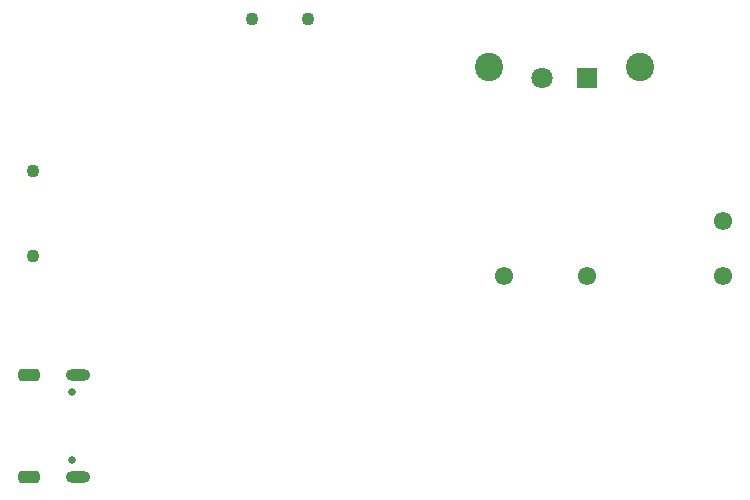
<source format=gbr>
%TF.GenerationSoftware,Altium Limited,Altium Designer,24.4.1 (13)*%
G04 Layer_Color=255*
%FSLAX45Y45*%
%MOMM*%
%TF.SameCoordinates,BD841E63-566E-43FA-B15A-678BD665FBE9*%
%TF.FilePolarity,Positive*%
%TF.FileFunction,Pads,Bot*%
%TF.Part,Single*%
G01*
G75*
%TA.AperFunction,ComponentPad*%
%ADD65C,1.80000*%
%ADD66R,1.80000X1.80000*%
%ADD67C,2.40000*%
%ADD68C,1.10000*%
G04:AMPARAMS|DCode=69|XSize=1.8mm|YSize=1mm|CornerRadius=0.25mm|HoleSize=0mm|Usage=FLASHONLY|Rotation=0.000|XOffset=0mm|YOffset=0mm|HoleType=Round|Shape=RoundedRectangle|*
%AMROUNDEDRECTD69*
21,1,1.80000,0.50000,0,0,0.0*
21,1,1.30000,1.00000,0,0,0.0*
1,1,0.50000,0.65000,-0.25000*
1,1,0.50000,-0.65000,-0.25000*
1,1,0.50000,-0.65000,0.25000*
1,1,0.50000,0.65000,0.25000*
%
%ADD69ROUNDEDRECTD69*%
%ADD70O,2.10000X1.00000*%
%ADD71C,0.65000*%
%ADD72C,1.54940*%
D65*
X7179000Y9527500D02*
D03*
D66*
X7560000D02*
D03*
D67*
X8010000Y9617500D02*
D03*
X6729000D02*
D03*
D68*
X2872500Y8740000D02*
D03*
Y8020000D02*
D03*
X4727500Y10030000D02*
D03*
X5197500D02*
D03*
D69*
X2834500Y7012500D02*
D03*
Y6148500D02*
D03*
D70*
X3252500Y7012500D02*
D03*
Y6148500D02*
D03*
D71*
X3202500Y6291500D02*
D03*
Y6869500D02*
D03*
D72*
X6857484Y7850510D02*
D03*
X7558524D02*
D03*
X8709144D02*
D03*
Y8320410D02*
D03*
%TF.MD5,9f832412c9b9d31151148ad21b000d6f*%
M02*

</source>
